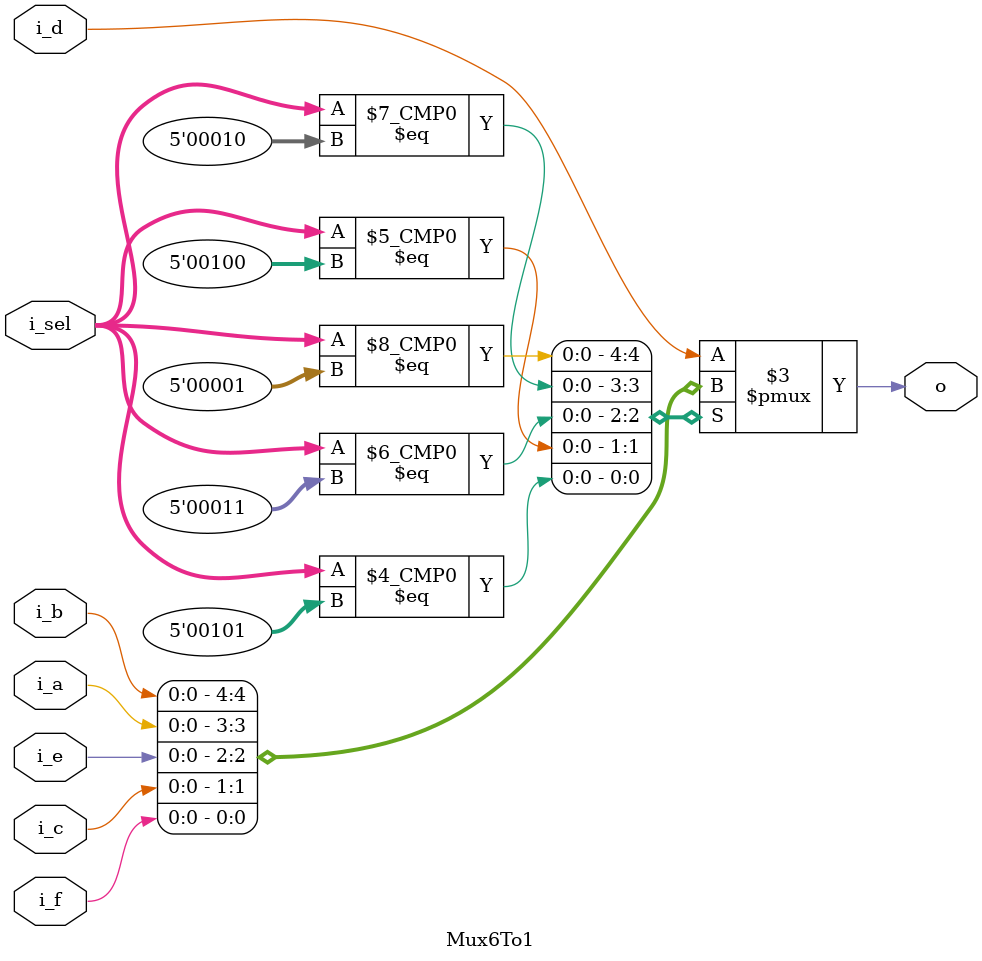
<source format=v>
/*
Assignment 7
Problem no:5 
Semester: 5th
Group: 28
Members: 
Aryan Singh (19CS30007)
Abhinandan De (19CS10069)
*/
`ifndef _MUX6TO1_
`define _MUX6TO1_
// make a 6 : 1 mux
module Mux6To1 (
        input i_a,
        input i_b,
        input i_c,
        input i_d,
        input i_e,
        input i_f,
        input[4:0] i_sel,
        output reg o
    );

    // Mux6To1 mux_6to1(.i_a(~carry), .i_b(carry), .i_c(sign), .i_d(1'b1), .i_e(zero), .i_f(~zero), .i_sel(fcode), .o(w4));
    // 
    always @(*) begin
        case (i_sel)
            1: o = i_b; // carry
            2: o = i_a; // ncy
            3: o = i_e; //  zero
            4: o = i_c; // less than zero
            5: o = i_f; // not zero
            default: o = i_d;   // anything else
        endcase
    end
endmodule 
`endif // _MUX6TO1_
</source>
